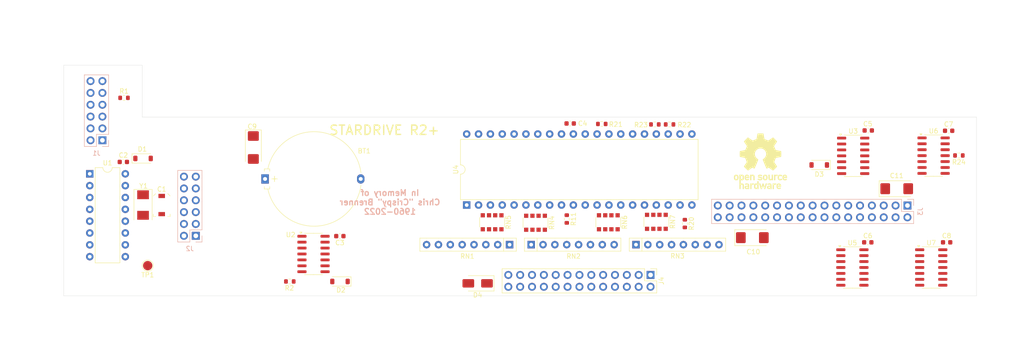
<source format=kicad_pcb>
(kicad_pcb (version 20240108) (generator "pcbnew") (generator_version "8.0")
  (title_block (title "StarDrive R2+") (date "2025-02-24") (rev "EV1") (comment 1 "Layout & Routing: Joe Burks"))
  (layers (0 "F.Cu" signal) (1 "In1.Cu" signal) (2 "In2.Cu" signal) (31 "B.Cu" signal) (34 "B.Paste" user) (35 "F.Paste" user) (36 "B.SilkS" user "B.Silkscreen") (37 "F.SilkS" user "F.Silkscreen") (38 "B.Mask" user) (39 "F.Mask" user) (44 "Edge.Cuts" user))
  (net 0 "")
  (net 1 "Net-(BT1-+)")
  (net 2 "Net-(BT1--)")
  (net 3 "Net-(U1-OSCI)")
  (net 4 "VCC")
  (net 5 "GND")
  (net 6 "/D7")
  (net 7 "/SDA")
  (net 8 "Net-(D2-K)")
  (net 9 "Net-(D4-K)")
  (net 10 "/I2C_CLK")
  (net 12 "/RES_N")
  (net 14 "/S2_N")
  (net 16 "/S1_N")
  (net 18 "/A0")
  (net 19 "/OE_N")
  (net 22 "/A1")
  (net 26 "/A2")
  (net 27 "/S4_N")
  (net 29 "/D4")
  (net 31 "/D10")
  (net 32 "/S3_N")
  (net 33 "/D1")
  (net 34 "/D11")
  (net 35 "/D14")
  (net 36 "/D0")
  (net 38 "/D6")
  (net 39 "/RW_N")
  (net 40 "/D3")
  (net 42 "/D2")
  (net 43 "/D15")
  (net 44 "/D13")
  (net 45 "/D5")
  (net 46 "/_REQ")
  (net 47 "/_SEL")
  (net 48 "/_IO")
  (net 49 "/_DB5")
  (net 50 "/_DB7")
  (net 51 "/_DB0")
  (net 52 "/_C_D")
  (net 53 "/_RST")
  (net 54 "/_DB4")
  (net 55 "/_ACK")
  (net 56 "/_DB3")
  (net 57 "/_MSG")
  (net 58 "/_ATN")
  (net 59 "/_DB1")
  (net 60 "/_DB2")
  (net 61 "/_BSY")
  (net 62 "/_DB6")
  (net 63 "/_DBP")
  (net 64 "/DBP")
  (net 65 "/REQ")
  (net 66 "Net-(U4-~{EOP})")
  (net 68 "/~{DRQ}")
  (net 69 "/INT")
  (net 70 "/DB3")
  (net 71 "/DB0")
  (net 72 "/DB1")
  (net 73 "/DB2")
  (net 74 "/DB5")
  (net 75 "/DB4")
  (net 76 "/DB6")
  (net 77 "/DB7")
  (net 78 "/BSY")
  (net 79 "/ACK")
  (net 80 "/SEL")
  (net 81 "/ATN")
  (net 82 "/RST")
  (net 83 "/IO")
  (net 84 "/C_D")
  (net 85 "/MSG")
  (net 86 "Net-(U1-FSET)")
  (net 87 "Net-(U1-OSCO)")
  (net 91 "/SCL")
  (net 93 "Net-(U2A-C)")
  (net 95 "/~{D15}")
  (net 96 "/RW")
  (net 97 "Net-(U3-Pad10)")
  (net 98 "/S1")
  (net 100 "/DRQ")
  (net 101 "/~{WR}")
  (net 102 "/~{RD}")
  (net 103 "/~{DACK}")
  (net 104 "/~{CS}")
  (net 105 "/S0_N")
  (net 106 "/S0WR_N")
  (net 107 "/S0RD")
  (net 117 "Net-(D3-K)")
  (footprint "TestPoint:TestPoint_Pad_D2.0mm" (layer "F.Cu") (at 68 93 180)
    (property "Reference" "TP1" (at 0 -1.998 0) (layer "F.SilkS"))
    (property "Value" "TP_PAD")
    (pad "1" smd circle (at 0 0 180) (size 2 2) (layers "F.Cu" "F.Mask") (net 86 "Net-(U1-FSET)"))
  )
  (footprint "Capacitor_SMD:C_0603_1608Metric" (layer "F.Cu") (at 239.2 88 180)
    (property "Reference" "C8" (at 0 1.4 0) (layer "F.SilkS"))
    (property "Value" "220n")
    (pad "1" smd roundrect (at -0.775 0 180) (size 0.9 0.95) (layers "F.Cu" "F.Paste" "F.Mask") (net 5 "GND"))
    (pad "2" smd roundrect (at 0.775 0 180) (size 0.9 0.95) (layers "F.Cu" "F.Paste" "F.Mask") (net 4 "VCC"))
  )
  (footprint "Resistor_THT:R_Array_SIP8" (layer "F.Cu") (at 145.54 88.5 180)
    (property "Reference" "RN1" (at 9.04 -2.5 0) (layer "F.SilkS"))
    (property "Value" "4608X-104-221/331L")
    (pad "1" thru_hole rect (at 0 0 180) (size 1.6 1.6) (drill 0.8) (layers "*.Cu" "*.Mask") (net 5 "GND"))
    (pad "2" thru_hole oval (at 2.54 0 180) (size 1.6 1.6) (drill 0.8) (layers "*.Cu" "*.Mask") (net 60 "/_DB2"))
    (pad "3" thru_hole oval (at 5.08 0 180) (size 1.6 1.6) (drill 0.8) (layers "*.Cu" "*.Mask") (net 56 "/_DB3"))
    (pad "4" thru_hole oval (at 7.62 0 180) (size 1.6 1.6) (drill 0.8) (layers "*.Cu" "*.Mask") (net 54 "/_DB4"))
    (pad "5" thru_hole oval (at 10.16 0 180) (size 1.6 1.6) (drill 0.8) (layers "*.Cu" "*.Mask") (net 49 "/_DB5"))
    (pad "6" thru_hole oval (at 12.7 0 180) (size 1.6 1.6) (drill 0.8) (layers "*.Cu" "*.Mask") (net 62 "/_DB6"))
    (pad "7" thru_hole oval (at 15.24 0 180) (size 1.6 1.6) (drill 0.8) (layers "*.Cu" "*.Mask") (net 50 "/_DB7"))
    (pad "8" thru_hole oval (at 17.78 0 180) (size 1.6 1.6) (drill 0.8) (layers "*.Cu" "*.Mask") (net 4 "VCC"))
  )
  (footprint "Resistor_SMD:R_0603_1608Metric" (layer "F.Cu") (at 165.3 62.6)
    (property "Reference" "R21" (at 3 0.1 0) (layer "F.SilkS"))
    (property "Value" "2K")
    (pad "1" smd roundrect (at -0.825 0) (size 0.8 0.95) (layers "F.Cu" "F.Paste" "F.Mask") (net 4 "VCC"))
    (pad "2" smd roundrect (at 0.825 0) (size 0.8 0.95) (layers "F.Cu" "F.Paste" "F.Mask") (net 66 "Net-(U4-~{EOP})"))
  )
  (footprint "Capacitor_Tantalum_SMD:CP_EIA-6032-15_Kemet-U" (layer "F.Cu") (at 90.63 67.65 -90)
    (property "Reference" "C9" (at -4.5 0.25 180) (layer "F.SilkS"))
    (property "Value" "100u")
    (pad "1" smd roundrect (at -2.4625 0 270) (size 2.075 2.35) (layers "F.Cu" "F.Paste" "F.Mask") (roundrect_rratio 0.120482) (net 1 "Net-(BT1-+)"))
    (pad "2" smd roundrect (at 2.4625 0 270) (size 2.075 2.35) (layers "F.Cu" "F.Paste" "F.Mask") (roundrect_rratio 0.120482) (net 2 "Net-(BT1--)"))
  )
  (footprint "Capacitor_SMD:C_Trimmer_Voltronics_JZ" (layer "F.Cu") (at 71 80 -90)
    (property "Reference" "C1" (at -3.4 0 180) (layer "F.SilkS"))
    (property "Value" "5P-30P")
    (pad "1" smd rect (at -1.95 0 270) (size 0.9 1.4) (layers "F.Cu" "F.Paste" "F.Mask") (net 1 "Net-(BT1-+)"))
    (pad "2" smd rect (at 1.95 0 270) (size 0.9 1.4) (layers "F.Cu" "F.Paste" "F.Mask") (net 3 "Net-(U1-OSCI)"))
  )
  (footprint "Capacitor_SMD:C_0603_1608Metric" (layer "F.Cu") (at 222.4 64 180)
    (property "Reference" "C5" (at 0.1 1.4 0) (layer "F.SilkS"))
    (property "Value" "220n")
    (pad "1" smd roundrect (at -0.775 0 180) (size 0.9 0.95) (layers "F.Cu" "F.Paste" "F.Mask") (net 5 "GND"))
    (pad "2" smd roundrect (at 0.775 0 180) (size 0.9 0.95) (layers "F.Cu" "F.Paste" "F.Mask") (net 4 "VCC"))
  )
  (footprint "Capacitor_SMD:C_0603_1608Metric" (layer "F.Cu") (at 109.17 86.67 180)
    (property "Reference" "C3" (at 0 -1.43 0) (layer "F.SilkS"))
    (property "Value" "220n")
    (pad "1" smd roundrect (at -0.775 0 180) (size 0.9 0.95) (layers "F.Cu" "F.Paste" "F.Mask") (net 5 "GND"))
    (pad "2" smd roundrect (at 0.775 0 180) (size 0.9 0.95) (layers "F.Cu" "F.Paste" "F.Mask") (net 4 "VCC"))
  )
  (footprint "Resistor_SMD:R_0603_1608Metric" (layer "F.Cu") (at 179.825 62.7)
    (property "Reference" "R22" (at 3.175 0.1 0) (layer "F.SilkS"))
    (property "Value" "2K")
    (pad "1" smd roundrect (at -0.825 0) (size 0.8 0.95) (layers "F.Cu" "F.Paste" "F.Mask") (net 4 "VCC"))
    (pad "2" smd roundrect (at 0.825 0) (size 0.8 0.95) (layers "F.Cu" "F.Paste" "F.Mask") (net 68 "/~{DRQ}"))
  )
  (footprint "Resistor_SMD:R_0603_1608Metric" (layer "F.Cu") (at 98.45 96.4)
    (property "Reference" "R2" (at -0.09 1.42 0) (layer "F.SilkS"))
    (property "Value" "10k")
    (pad "1" smd roundrect (at -0.825 0) (size 0.8 0.95) (layers "F.Cu" "F.Paste" "F.Mask") (net 4 "VCC"))
    (pad "2" smd roundrect (at 0.825 0) (size 0.8 0.95) (layers "F.Cu" "F.Paste" "F.Mask") (net 7 "/SDA"))
  )
  (footprint "Resistor_SMD:R_Array_Convex_4x1206" (layer "F.Cu") (at 151.1 83.8 -90)
    (property "Reference" "RN4" (at 0 -3.5 90) (layer "F.SilkS"))
    (property "Value" "10")
    (pad "1" smd rect (at -1.5 -2 270) (size 0.9 0.9) (layers "F.Cu" "F.Paste" "F.Mask") (net 71 "/DB0"))
    (pad "2" smd rect (at -1.5 -0.66 270) (size 0.9 0.9) (layers "F.Cu" "F.Paste" "F.Mask") (net 72 "/DB1"))
    (pad "3" smd rect (at -1.5 0.66 270) (size 0.9 0.9) (layers "F.Cu" "F.Paste" "F.Mask") (net 73 "/DB2"))
    (pad "4" smd rect (at -1.5 2 270) (size 0.9 0.9) (layers "F.Cu" "F.Paste" "F.Mask") (net 70 "/DB3"))
    (pad "5" smd rect (at 1.5 2 270) (size 0.9 0.9) (layers "F.Cu" "F.Paste" "F.Mask") (net 56 "/_DB3"))
    (pad "6" smd rect (at 1.5 0.66 270) (size 0.9 0.9) (layers "F.Cu" "F.Paste" "F.Mask") (net 60 "/_DB2"))
    (pad "7" smd rect (at 1.5 -0.66 270) (size 0.9 0.9) (layers "F.Cu" "F.Paste" "F.Mask") (net 59 "/_DB1"))
    (pad "8" smd rect (at 1.5 -2 270) (size 0.9 0.9) (layers "F.Cu" "F.Paste" "F.Mask") (net 51 "/_DB0"))
  )
  (footprint "Symbol:OSHW-Logo_11.4x12mm_SilkScreen" (layer "F.Cu") (at 199.3 70.6)
    (property "Reference" "LOGO1" (hide yes))
    (property "Value" "Logo_Open_Hardware_Large" (hide yes))
  )
  (footprint "Capacitor_Tantalum_SMD:CP_EIA-6032-15_Kemet-U" (layer "F.Cu") (at 228.5 76.5)
    (property "Reference" "C11" (at 0 -2.8 0) (layer "F.SilkS"))
    (property "Value" "100u")
    (pad "1" smd roundrect (at -2.4625 0) (size 2.075 2.35) (layers "F.Cu" "F.Paste" "F.Mask") (roundrect_rratio 0.120482) (net 4 "VCC"))
    (pad "2" smd roundrect (at 2.4625 0) (size 2.075 2.35) (layers "F.Cu" "F.Paste" "F.Mask") (roundrect_rratio 0.120482) (net 5 "GND"))
  )
  (footprint "Diode_SMD:D_SOD-123" (layer "F.Cu") (at 67 70)
    (property "Reference" "D1" (at -0.15 -2 0) (layer "F.SilkS"))
    (property "Value" "1N4148W")
    (pad "1" smd roundrect (at -1.65 0) (size 0.9 1.2) (layers "F.Cu" "F.Paste" "F.Mask") (net 1 "Net-(BT1-+)"))
    (pad "2" smd roundrect (at 1.65 0) (size 0.9 1.2) (layers "F.Cu" "F.Paste" "F.Mask") (net 4 "VCC"))
  )
  (footprint "Resistor_SMD:R_0603_1608Metric" (layer "F.Cu") (at 157.8 83 -90)
    (property "Reference" "R11" (at 0 -1.43 90) (layer "F.SilkS"))
    (property "Value" "10")
    (pad "1" smd roundrect (at -0.825 0 270) (size 0.8 0.95) (layers "F.Cu" "F.Paste" "F.Mask") (net 64 "/DBP"))
    (pad "2" smd roundrect (at 0.825 0 270) (size 0.8 0.95) (layers "F.Cu" "F.Paste" "F.Mask") (net 63 "/_DBP"))
  )
  (footprint "Capacitor_Tantalum_SMD:CP_EIA-6032-15_Kemet-U" (layer "F.Cu") (at 197.5625 87)
    (property "Reference" "C10" (at 0.2175 3.04 0) (layer "F.SilkS"))
    (property "Value" "100u")
    (pad "1" smd roundrect (at -2.4625 0) (size 2.075 2.35) (layers "F.Cu" "F.Paste" "F.Mask") (roundrect_rratio 0.120482) (net 4 "VCC"))
    (pad "2" smd roundrect (at 2.4625 0) (size 2.075 2.35) (layers "F.Cu" "F.Paste" "F.Mask") (roundrect_rratio 0.120482) (net 5 "GND"))
  )
  (footprint "Resistor_SMD:R_Array_Convex_4x1206" (layer "F.Cu") (at 177 83.6 -90)
    (property "Reference" "RN7" (at 0 -3.5 90) (layer "F.SilkS"))
    (property "Value" "10")
    (pad "1" smd rect (at -1.5 -2 270) (size 0.9 0.9) (layers "F.Cu" "F.Paste" "F.Mask") (net 85 "/MSG"))
    (pad "2" smd rect (at -1.5 -0.66 270) (size 0.9 0.9) (layers "F.Cu" "F.Paste" "F.Mask") (net 84 "/C_D"))
    (pad "3" smd rect (at -1.5 0.66 270) (size 0.9 0.9) (layers "F.Cu" "F.Paste" "F.Mask") (net 83 "/IO"))
    (pad "4" smd rect (at -1.5 2 270) (size 0.9 0.9) (layers "F.Cu" "F.Paste" "F.Mask") (net 82 "/RST"))
    (pad "5" smd rect (at 1.5 2 270) (size 0.9 0.9) (layers "F.Cu" "F.Paste" "F.Mask") (net 53 "/_RST"))
    (pad "6" smd rect (at 1.5 0.66 270) (size 0.9 0.9) (layers "F.Cu" "F.Paste" "F.Mask") (net 48 "/_IO"))
    (pad "7" smd rect (at 1.5 -0.66 270) (size 0.9 0.9) (layers "F.Cu" "F.Paste" "F.Mask") (net 52 "/_C_D"))
    (pad "8" smd rect (at 1.5 -2 270) (size 0.9 0.9) (layers "F.Cu" "F.Paste" "F.Mask") (net 57 "/_MSG"))
  )
  (footprint "Package_SO:SO-14_3.9x8.65mm_P1.27mm" (layer "F.Cu") (at 219.175 69.44)
    (property "Reference" "U3" (at 0 -5.28 0) (layer "F.SilkS"))
    (property "Value" "74HCT04")
    (pad "1" smd roundrect (at -2.475 -3.81) (size 1.95 0.6) (layers "F.Cu" "F.Paste" "F.Mask") (net 10 "/I2C_CLK"))
    (pad "2" smd roundrect (at -2.475 -2.54) (size 1.95 0.6) (layers "F.Cu" "F.Paste" "F.Mask") (net 93 "Net-(U2A-C)"))
    (pad "3" smd roundrect (at -2.475 -1.27) (size 1.95 0.6) (layers "F.Cu" "F.Paste" "F.Mask") (net 39 "/RW_N"))
    (pad "4" smd roundrect (at -2.475 0) (size 1.95 0.6) (layers "F.Cu" "F.Paste" "F.Mask") (net 96 "/RW"))
    (pad "5" smd roundrect (at -2.475 1.27) (size 1.95 0.6) (layers "F.Cu" "F.Paste" "F.Mask") (net 16 "/S1_N"))
    (pad "6" smd roundrect (at -2.475 2.54) (size 1.95 0.6) (layers "F.Cu" "F.Paste" "F.Mask") (net 98 "/S1"))
    (pad "7" smd roundrect (at -2.475 3.81) (size 1.95 0.6) (layers "F.Cu" "F.Paste" "F.Mask") (net 5 "GND"))
    (pad "8" smd roundrect (at 2.475 3.81) (size 1.95 0.6) (layers "F.Cu" "F.Paste" "F.Mask") (net 100 "/DRQ"))
    (pad "9" smd roundrect (at 2.475 2.54) (size 1.95 0.6) (layers "F.Cu" "F.Paste" "F.Mask") (net 68 "/~{DRQ}"))
    (pad "10" smd roundrect (at 2.475 1.27) (size 1.95 0.6) (layers "F.Cu" "F.Paste" "F.Mask") (net 97 "Net-(U3-Pad10)"))
    (pad "11" smd roundrect (at 2.475 0) (size 1.95 0.6) (layers "F.Cu" "F.Paste" "F.Mask") (net 19 "/OE_N"))
    (pad "12" smd roundrect (at 2.475 -1.27) (size 1.95 0.6) (layers "F.Cu" "F.Paste" "F.Mask") (net 117 "Net-(D3-K)"))
    (pad "13" smd roundrect (at 2.475 -2.54) (size 1.95 0.6) (layers "F.Cu" "F.Paste" "F.Mask") (net 97 "Net-(U3-Pad10)"))
    (pad "14" smd roundrect (at 2.475 -3.81) (size 1.95 0.6) (layers "F.Cu" "F.Paste" "F.Mask") (net 4 "VCC"))
  )
  (footprint "Connector_PinHeader_2.54mm:PinHeader_2x13_P2.54mm_Vertical" (layer "F.Cu") (at 175.75 95 -90)
    (property "Reference" "J4" (at 1.27 -2.33 90) (layer "F.SilkS"))
    (property "Value" "Conn_02x13_Odd_Even")
    (pad "1" thru_hole rect (at 0 0 270) (size 1.7 1.7) (drill 1) (layers "*.Cu" "*.Mask") (net 46 "/_REQ"))
    (pad "2" thru_hole oval (at 2.54 0 270) (size 1.7 1.7) (drill 1) (layers "*.Cu" "*.Mask") (net 5 "GND"))
    (pad "3" thru_hole oval (at 0 2.54 270) (size 1.7 1.7) (drill 1) (layers "*.Cu" "*.Mask") (net 57 "/_MSG"))
    (pad "4" thru_hole oval (at 2.54 2.54 270) (size 1.7 1.7) (drill 1) (layers "*.Cu" "*.Mask") (net 52 "/_C_D"))
    (pad "5" thru_hole oval (at 0 5.08 270) (size 1.7 1.7) (drill 1) (layers "*.Cu" "*.Mask") (net 48 "/_IO"))
    (pad "6" thru_hole oval (at 2.54 5.08 270) (size 1.7 1.7) (drill 1) (layers "*.Cu" "*.Mask") (net 5 "GND"))
    (pad "7" thru_hole oval (at 0 7.62 270) (size 1.7 1.7) (drill 1) (layers "*.Cu" "*.Mask") (net 53 "/_RST"))
    (pad "8" thru_hole oval (at 2.54 7.62 270) (size 1.7 1.7) (drill 1) (layers "*.Cu" "*.Mask") (net 58 "/_ATN"))
    (pad "9" thru_hole oval (at 0 10.16 270) (size 1.7 1.7) (drill 1) (layers "*.Cu" "*.Mask") (net 55 "/_ACK"))
    (pad "10" thru_hole oval (at 2.54 10.16 270) (size 1.7 1.7) (drill 1) (layers "*.Cu" "*.Mask") (net 5 "GND"))
    (pad "11" thru_hole oval (at 0 12.7 270) (size 1.7 1.7) (drill 1) (layers "*.Cu" "*.Mask") (net 61 "/_BSY"))
    (pad "12" thru_hole oval (at 2.54 12.7 270) (size 1.7 1.7) (drill 1) (layers "*.Cu" "*.Mask") (net 47 "/_SEL"))
    (pad "13" thru_hole oval (at 0 15.24 270) (size 1.7 1.7) (drill 1) (layers "*.Cu" "*.Mask") (net 5 "GND"))
    (pad "14" thru_hole oval (at 2.54 15.24 270) (size 1.7 1.7) (drill 1) (layers "*.Cu" "*.Mask") (net 63 "/_DBP"))
    (pad "15" thru_hole oval (at 0 17.78 270) (size 1.7 1.7) (drill 1) (layers "*.Cu" "*.Mask") (net 51 "/_DB0"))
    (pad "16" thru_hole oval (at 2.54 17.78 270) (size 1.7 1.7) (drill 1) (layers "*.Cu" "*.Mask") (net 59 "/_DB1"))
    (pad "17" thru_hole oval (at 0 20.32 270) (size 1.7 1.7) (drill 1) (layers "*.Cu" "*.Mask") (net 5 "GND"))
    (pad "18" thru_hole oval (at 2.54 20.32 270) (size 1.7 1.7) (drill 1) (layers "*.Cu" "*.Mask") (net 60 "/_DB2"))
    (pad "19" thru_hole oval (at 0 22.86 270) (size 1.7 1.7) (drill 1) (layers "*.Cu" "*.Mask") (net 56 "/_DB3"))
    (pad "20" thru_hole oval (at 2.54 22.86 270) (size 1.7 1.7) (drill 1) (layers "*.Cu" "*.Mask") (net 54 "/_DB4"))
    (pad "21" thru_hole oval (at 0 25.4 270) (size 1.7 1.7) (drill 1) (layers "*.Cu" "*.Mask") (net 49 "/_DB5"))
    (pad "22" thru_hole oval (at 2.54 25.4 270) (size 1.7 1.7) (drill 1) (layers "*.Cu" "*.Mask") (net 5 "GND"))
    (pad "23" thru_hole oval (at 0 27.94 270) (size 1.7 1.7) (drill 1) (layers "*.Cu" "*.Mask") (net 62 "/_DB6"))
    (pad "24" thru_hole oval (at 2.54 27.94 270) (size 1.7 1.7) (drill 1) (layers "*.Cu" "*.Mask") (net 9 "Net-(D4-K)"))
    (pad "25" thru_hole oval (at 0 30.48 270) (size 1.7 1.7) (drill 1) (layers "*.Cu" "*.Mask") (net 50 "/_DB7"))
    (pad "26" thru_hole oval (at 2.54 30.48 270) (size 1.7 1.7) (drill 1) (layers "*.Cu" "*.Mask"))
  )
  (footprint "Resistor_SMD:R_Array_Convex_4x1206" (layer "F.Cu") (at 166.7 83.7 -90)
    (property "Reference" "RN6" (at 0 -3.5 90) (layer "F.SilkS"))
    (property "Value" "10")
    (pad "1" smd rect (at -1.5 -2 270) (size 0.9 0.9) (layers "F.Cu" "F.Paste" "F.Mask") (net 81 "/ATN"))
    (pad "2" smd rect (at -1.5 -0.66 270) (size 0.9 0.9) (layers "F.Cu" "F.Paste" "F.Mask") (net 79 "/ACK"))
    (pad "3" smd rect (at -1.5 0.66 270) (size 0.9 0.9) (layers "F.Cu" "F.Paste" "F.Mask") (net 78 "/BSY"))
    (pad "4" smd rect (at -1.5 2 270) (size 0.9 0.9) (layers "F.Cu" "F.Paste" "F.Mask") (net 80 "/SEL"))
    (pad "5" smd rect (at 1.5 2 270) (size 0.9 0.9) (layers "F.Cu" "F.Paste" "F.Mask") (net 47 "/_SEL"))
    (pad "6" smd rect (at 1.5 0.66 270) (size 0.9 0.9) (layers "F.Cu" "F.Paste" "F.Mask") (net 61 "/_BSY"))
    (pad "7" smd rect (at 1.5 -0.66 270) (size 0.9 0.9) (layers "F.Cu" "F.Paste" "F.Mask") (net 55 "/_ACK"))
    (pad "8" smd rect (at 1.5 -2 270) (size 0.9 0.9) (layers "F.Cu" "F.Paste" "F.Mask") (net 58 "/_ATN"))
  )
  (footprint "Battery:Battery_Panasonic_CR2032-HFN_Horizontal_CircularHoles" (layer "F.Cu") (at 93.145 74.399878)
    (property "Reference" "BT1" (at 21.235 -5.999878 0) (layer "F.SilkS"))
    (property "Value" "Battery_Cell")
    (fp_text user "+" (at 2.032 -0.127 0) (layer "F.SilkS") (effects (font (size 1.5 1.5))))
    (pad "1" thru_hole rect (at 0 0) (size 1.6 2) (drill 0.85) (layers "*.Cu" "*.Mask") (net 1 "Net-(BT1-+)"))
    (pad "2" thru_hole oval (at 20.5 0) (size 1.6 2) (drill 0.85) (layers "*.Cu" "*.Mask") (net 2 "Net-(BT1--)"))
  )
  (footprint "Capacitor_SMD:C_0603_1608Metric" (layer "F.Cu") (at 239.625 64.06 180)
    (property "Reference" "C7" (at 0 1.4 0) (layer "F.SilkS"))
    (property "Value" "220n")
    (pad "1" smd roundrect (at -0.775 0 180) (size 0.9 0.95) (layers "F.Cu" "F.Paste" "F.Mask") (net 5 "GND"))
    (pad "2" smd roundrect (at 0.775 0 180) (size 0.9 0.95) (layers "F.Cu" "F.Paste" "F.Mask") (net 4 "VCC"))
  )
  (footprint "Diode_SMD:D_SMA" (layer "F.Cu") (at 138.7 96.8 180)
    (property "Reference" "D4" (at 0 -2.5 0) (layer "F.SilkS"))
    (property "Value" "S1A_SMA")
    (pad "1" smd roundrect (at -2 0 180) (size 2.5 1.8) (layers "F.Cu" "F.Paste" "F.Mask") (roundrect_rratio 0.1388888889) (net 9 "Net-(D4-K)"))
    (pad "2" smd roundrect (at 2 0 180) (size 2.5 1.8) (layers "F.Cu" "F.Paste" "F.Mask") (roundrect_rratio 0.1388888889) (net 4 "VCC"))
  )
  (footprint "Package_DIP:DIP-16_W7.62mm" (layer "F.Cu") (at 55.58 73.3)
    (property "Reference" "U1" (at 3.81 -2.33 0) (layer "F.SilkS"))
    (property "Value" "PCF8573P")
    (pad "1" thru_hole rect (at 0 0) (size 1.6 1.6) (drill 0.8) (layers "*.Cu" "*.Mask") (net 5 "GND"))
    (pad "2" thru_hole oval (at 0 2.54) (size 1.6 1.6) (drill 0.8) (layers "*.Cu" "*.Mask") (net 5 "GND"))
    (pad "3" thru_hole oval (at 0 5.08) (size 1.6 1.6) (drill 0.8) (layers "*.Cu" "*.Mask"))
    (pad "4" thru_hole oval (at 0 7.62) (size 1.6 1.6) (drill 0.8) (layers "*.Cu" "*.Mask") (net 7 "/SDA"))
    (pad "5" thru_hole oval (at 0 10.16) (size 1.6 1.6) (drill 0.8) (layers "*.Cu" "*.Mask") (net 91 "/SCL"))
    (pad "6" thru_hole oval (at 0 12.7) (size 1.6 1.6) (drill 0.8) (layers "*.Cu" "*.Mask") (net 2 "Net-(BT1--)"))
    (pad "7" thru_hole oval (at 0 15.24) (size 1.6 1.6) (drill 0.8) (layers "*.Cu" "*.Mask") (net 2 "Net-(BT1--)"))
    (pad "8" thru_hole oval (at 0 17.78) (size 1.6 1.6) (drill 0.8) (layers "*.Cu" "*.Mask") (net 5 "GND"))
    (pad "9" thru_hole oval (at 7.62 17.78) (size 1.6 1.6) (drill 0.8) (layers "*.Cu" "*.Mask"))
    (pad "10" thru_hole oval (at 7.62 15.24) (size 1.6 1.6) (drill 0.8) (layers "*.Cu" "*.Mask"))
    (pad "11" thru_hole oval (at 7.62 12.7) (size 1.6 1.6) (drill 0.8) (layers "*.Cu" "*.Mask") (net 86 "Net-(U1-FSET)"))
    (pad "12" thru_hole oval (at 7.62 10.16) (size 1.6 1.6) (drill 0.8) (layers "*.Cu" "*.Mask") (net 5 "GND"))
    (pad "13" thru_hole oval (at 7.62 7.62) (size 1.6 1.6) (drill 0.8) (layers "*.Cu" "*.Mask") (net 3 "Net-(U1-OSCI)"))
    (pad "14" thru_hole oval (at 7.62 5.08) (size 1.6 1.6) (drill 0.8) (layers "*.Cu" "*.Mask") (net 87 "Net-(U1-OSCO)"))
    (pad "15" thru_hole oval (at 7.62 2.54) (size 1.6 1.6) (drill 0.8) (layers "*.Cu" "*.Mask") (net 2 "Net-(BT1--)"))
    (pad "16" thru_hole oval (at 7.62 0) (size 1.6 1.6) (drill 0.8) (layers "*.Cu" "*.Mask") (net 1 "Net-(BT1-+)"))
  )
  (footprint "Resistor_SMD:R_0603_1608Metric" (layer "F.Cu") (at 241.825 69.36 180)
    (property "Reference" "R24" (at 0 -1.43 0) (layer "F.SilkS"))
    (property "Value" "2K")
    (pad "1" smd roundrect (at -0.825 0 180) (size 0.8 0.95) (layers "F.Cu" "F.Paste" "F.Mask") (net 4 "VCC"))
    (pad "2" smd roundrect (at 0.825 0 180) (size 0.8 0.95) (layers "F.Cu" "F.Paste" "F.Mask") (net 95 "/~{D15}"))
  )
  (footprint "Resistor_SMD:R_0603_1608Metric" (layer "F.Cu") (at 176.675 62.7)
    (property "Reference" "R23" (at -2.975 0.1 0) (layer "F.SilkS"))
    (property "Value" "2K")
    (pad "1" smd roundrect (at -0.825 0) (size 0.8 0.95) (layers "F.Cu" "F.Paste" "F.Mask") (net 4 "VCC"))
    (pad "2" smd roundrect (at 0.825 0) (size 0.8 0.95) (layers "F.Cu" "F.Paste" "F.Mask") (net 69 "/INT"))
  )
  (footprint "Package_SO:SO-14_3.9x8.65mm_P1.27mm" (layer "F.Cu") (at 235.9 93.4)
    (property "Reference" "U7" (at 0 -5.28 0) (layer "F.SilkS"))
    (property "Value" "74HC125")
    (pad "1" smd roundrect (at -2.475 -3.81) (size 1.95 0.6) (layers "F.Cu" "F.Paste" "F.Mask") (net 19 "/OE_N"))
    (pad "2" smd roundrect (at -2.475 -2.54) (size 1.95 0.6) (layers "F.Cu" "F.Paste" "F.Mask") (net 7 "/SDA"))
    (pad "3" smd roundrect (at -2.475 -1.27) (size 1.95 0.6) (layers "F.Cu" "F.Paste" "F.Mask") (net 44 "/D13"))
    (pad "4" smd roundrect (at -2.475 0) (size 1.95 0.6) (layers "F.Cu" "F.Paste" "F.Mask") (net 19 "/OE_N"))
    (pad "5" smd roundrect (at -2.475 1.27) (size 1.95 0.6) (layers "F.Cu" "F.Paste" "F.Mask") (net 95 "/~{D15}"))
    (pad "6" smd roundrect (at -2.475 2.54) (size 1.95 0.6) (layers "F.Cu" "F.Paste" "F.Mask") (net 43 "/D15"))
    (pad "7" smd roundrect (at -2.475 3.81) (size 1.95 0.6) (layers "F.Cu" "F.Paste" "F.Mask") (net 5 "GND"))
    (pad "8" smd roundrect (at 2.475 3.81) (size 1.95 0.6) (layers "F.Cu" "F.Paste" "F.Mask") (net 34 "/D11"))
    (pad "9" smd roundrect (at 2.475 2.54) (size 1.95 0.6) (layers "F.Cu" "F.Paste" "F.Mask") (net 68 "/~{DRQ}"))
    (pad "10" smd roundrect (at 2.475 1.27) (size 1.95 0.6) (layers "F.Cu" "F.Paste" "F.Mask") (net 19 "/OE_N"))
    (pad "11" smd roundrect (at 2.475 0) (size 1.95 0.6) (layers "F.Cu" "F.Paste" "F.Mask") (net 35 "/D14"))
    (pad "12" smd roundrect (at 2.475 -1.27) (size 1.95 0.6) (layers "F.Cu" "F.Paste" "F.Mask") (net 69 "/INT"))
    (pad "13" smd roundrect (at 2.475 -2.54) (size 1.95 0.6) (layers "F.Cu" "F.Paste" "F.Mask") (net 19 "/OE_N"))
    (pad "14" smd roundrect (at 2.475 -3.81) (size 1.95 0.6) (layers "F.Cu" "F.Paste" "F.Mask") (net 4 "VCC"))
  )
  (footprint "Crystal:Crystal_SMD_0603-2Pin_6.0x3.5mm" (layer "F.Cu") (at 67 80 -90)
    (property "Reference" "Y1" (at -4.1 -0.1 180) (layer "F.SilkS"))
    (property "Value" "32.768K")
    (pad "1" smd rect (at -2.2 0 270) (size 1.9 2.5) (layers "F.Cu" "F.Paste" "F.Mask") (net 87 "Net-(U1-OSCO)"))
    (pad "2" smd rect (at 2.2 0 270) (size 1.9 2.5) (layers "F.Cu" "F.Paste" "F.Mask") (net 3 "Net-(U1-OSCI)"))
  )
  (footprint "Resistor_THT:R_Array_SIP8" (layer "F.Cu") (at 150.17 88.5)
    (property "Reference" "RN2" (at 9.08 2.5 0) (layer "F.SilkS"))
    (property "Value" "4608X-104-221/331L")
    (pad "1" thru_hole rect (at 0 0) (size 1.6 1.6) (drill 0.8) (layers "*.Cu" "*.Mask") (net 5 "GND"))
    (pad "2" thru_hole oval (at 2.54 0) (size 1.6 1.6) (drill 0.8) (layers "*.Cu" "*.Mask") (net 59 "/_DB1"))
    (pad "3" thru_hole oval (at 5.08 0) (size 1.6 1.6) (drill 0.8) (layers "*.Cu" "*.Mask") (net 51 "/_DB0"))
    (pad "4" thru_hole oval (at 7.62 0) (size 1.6 1.6) (drill 0.8) (layers "*.Cu" "*.Mask") (net 63 "/_DBP"))
    (pad "5" thru_hole oval (at 10.16 0) (size 1.6 1.6) (drill 0.8) (layers "*.Cu" "*.Mask") (net 47 "/_SEL"))
    (pad "6" thru_hole oval (at 12.7 0) (size 1.6 1.6) (drill 0.8) (layers "*.Cu" "*.Mask") (net 61 "/_BSY"))
    (pad "7" thru_hole oval (at 15.24 0) (size 1.6 1.6) (drill 0.8) (layers "*.Cu" "*.Mask") (net 55 "/_ACK"))
    (pad "8" thru_hole oval (at 17.78 0) (size 1.6 1.6) (drill 0.8) (layers "*.Cu" "*.Mask") (net 4 "VCC"))
  )
  (footprint "Resistor_SMD:R_0603_1608Metric" (layer "F.Cu") (at 62.925 57)
    (property "Reference" "R1" (at 0 -1.43 0) (layer "F.SilkS"))
    (property "Value" "120R")
    (pad "1" smd roundrect (at -0.825 0) (size 0.8 0.95) (layers "F.Cu" "F.Paste" "F.Mask") (net 12 "/RES_N"))
    (pad "2" smd roundrect (at 0.825 0) (size 0.8 0.95) (layers "F.Cu" "F.Paste" "F.Mask") (net 4 "VCC"))
  )
  (footprint "Resistor_THT:R_Array_SIP8" (layer "F.Cu") (at 172.63 88.5)
    (property "Reference" "RN3" (at 8.9 2.45 0) (layer "F.SilkS"))
    (property "Value" "4608X-104-221/331L")
    (pad "1" thru_hole rect (at 0 0) (size 1.6 1.6) (drill 0.8) (layers "*.Cu" "*.Mask") (net 5 "GND"))
    (pad "2" thru_hole oval (at 2.54 0) (size 1.6 1.6) (drill 0.8) (layers "*.Cu" "*.Mask") (net 58 "/_ATN"))
    (pad "3" thru_hole oval (at 5.08 0) (size 1.6 1.6) (drill 0.8) (layers "*.Cu" "*.Mask") (net 53 "/_RST"))
    (pad "4" thru_hole oval (at 7.62 0) (size 1.6 1.6) (drill 0.8) (layers "*.Cu" "*.Mask") (net 48 "/_IO"))
    (pad "5" thru_hole oval (at 10.16 0) (size 1.6 1.6) (drill 0.8) (layers "*.Cu" "*.Mask") (net 52 "/_C_D"))
    (pad "6" thru_hole oval (at 12.7 0) (size 1.6 1.6) (drill 0.8) (layers "*.Cu" "*.Mask") (net 57 "/_MSG"))
    (pad "7" thru_hole oval (at 15.24 0) (size 1.6 1.6) (drill 0.8) (layers "*.Cu" "*.Mask") (net 46 "/_REQ"))
    (pad "8" thru_hole oval (at 17.78 0) (size 1.6 1.6) (drill 0.8) (layers "*.Cu" "*.Mask") (net 4 "VCC"))
  )
  (footprint "Resistor_SMD:R_0603_1608Metric" (layer "F.Cu") (at 183.1 83.975 -90)
    (property "Reference" "R20" (at 0 -1.43 90) (layer "F.SilkS"))
    (property "Value" "10")
    (pad "1" smd roundrect (at -0.825 0 270) (size 0.8 0.95) (layers "F.Cu" "F.Paste" "F.Mask") (net 65 "/REQ"))
    (pad "2" smd roundrect (at 0.825 0 270) (size 0.8 0.95) (layers "F.Cu" "F.Paste" "F.Mask") (net 46 "/_REQ"))
  )
  (footprint "Diode_SMD:D_SOD-123" (layer "F.Cu") (at 109.2 96.4 180)
    (property "Reference" "D2" (at -0.2025 -1.85 0) (layer "F.SilkS"))
    (property "Value" "1N4148W")
    (pad "1" smd roundrect (at -1.65 0 180) (size 0.9 1.2) (layers "F.Cu" "F.Paste" "F.Mask") (net 8 "Net-(D2-K)"))
    (pad "2" smd roundrect (at 1.65 0 180) (size 0.9 1.2) (layers "F.Cu" "F.Paste" "F.Mask") (net 7 "/SDA"))
  )
  (footprint "Package_SO:SO-14_3.9x8.65mm_P1.27mm" (layer "F.Cu") (at 219 93.4)
    (property "Reference" "U5" (at 0 -5.28 0) (layer "F.SilkS"))
    (property "Value" "SN74F32")
    (pad "1" smd roundrect (at -2.475 -3.81) (size 1.95 0.6) (layers "F.Cu" "F.Paste" "F.Mask") (net 32 "/S3_N"))
    (pad "2" smd roundrect (at -2.475 -2.54) (size 1.95 0.6) (layers "F.Cu" "F.Paste" "F.Mask") (net 105 "/S0_N"))
    (pad "3" smd roundrect (at -2.475 -1.27) (size 1.95 0.6) (layers "F.Cu" "F.Paste" "F.Mask") (net 14 "/S2_N"))
    (pad "4" smd roundrect (at -2.475 0) (size 1.95 0.6) (layers "F.Cu" "F.Paste" "F.Mask") (net 105 "/S0_N"))
    (pad "5" smd roundrect (at -2.475 1.27) (size 1.95 0.6) (layers "F.Cu" "F.Paste" "F.Mask") (net 39 "/RW_N"))
    (pad "6" smd roundrect (at -2.475 2.54) (size 1.95 0.6) (layers "F.Cu" "F.Paste" "F.Mask") (net 106 "/S0WR_N"))
    (pad "7" smd roundrect (at -2.475 3.81) (size 1.95 0.6) (layers "F.Cu" "F.Paste" "F.Mask") (net 5 "GND"))
    (pad "8" smd roundrect (at 2.475 3.81) (size 1.95 0.6) (layers "F.Cu" "F.Paste" "F.Mask") (net 107 "/S0RD"))
    (pad "9" smd roundrect (at 2.475 2.54) (size 1.95 0.6) (layers "F.Cu" "F.Paste" "F.Mask") (net 105 "/S0_N"))
    (pad "10" smd roundrect (at 2.475 1.27) (size 1.95 0.6) (layers "F.Cu" "F.Paste" "F.Mask") (net 96 "/RW"))
    (pad "11" smd roundrect (at 2.475 0) (size 1.95 0.6) (layers "F.Cu" "F.Paste" "F.Mask") (net 101 "/~{WR}"))
    (pad "12" smd roundrect (at 2.475 -1.27) (size 1.95 0.6) (layers "F.Cu" "F.Paste" "F.Mask") (net 106 "/S0WR_N"))
    (pad "13" smd roundrect (at 2.475 -2.54) (size 1.95 0.6) (layers "F.Cu" "F.Paste" "F.Mask") (net 27 "/S4_N"))
    (pad "14" smd roundrect (at 2.475 -3.81) (size 1.95 0.6) (layers "F.Cu" "F.Paste" "F.Mask") (net 4 "VCC"))
  )
  (footprint "Capacitor_SMD:C_0603_1608Metric" (layer "F.Cu") (at 222.3 88 180)
    (property "Reference" "C6" (at 0 1.4 0) (layer "F.SilkS"))
    (property "Value" "220n")
    (pad "1" smd roundrect (at -0.775 0 180) (size 0.9 0.95) (layers "F.Cu" "F.Paste" "F.Mask") (net 5 "GND"))
    (pad "2" smd roundrect (at 0.775 0 180) (size 0.9 0.95) (layers "F.Cu" "F.Paste" "F.Mask") (net 4 "VCC"))
  )
  (footprint "Package_SO:SO-14_3.9x8.65mm_P1.27mm" (layer "F.Cu") (at 103.525 90.5)
    (property "Reference" "U2" (at -4.895 -4.12 0) (layer "F.SilkS"))
    (property "Value" "74HCT74")
    (pad "1" smd roundrect (at -2.475 -3.81) (size 1.95 0.6) (layers "F.Cu" "F.Paste" "F.Mask") (net 12 "/RES_N"))
    (pad "2" smd roundrect (at -2.475 -2.54) (size 1.95 0.6) (layers "F.Cu" "F.Paste" "F.Mask") (net 34 "/D11"))
    (pad "3" smd roundrect (at -2.475 -1.27) (size 1.95 0.6) (layers "F.Cu" "F.Paste" "F.Mask") (net 93 "Net-(U2A-C)"))
    (pad "4" smd roundrect (at -2.475 0) (size 1.95 0.6) (layers "F.Cu" "F.Paste" "F.Mask") (net 4 "VCC"))
    (pad "5" smd roundrect (at -2.475 1.27) (size 1.95 0.6) (layers "F.Cu" "F.Paste" "F.Mask"))
    (pad "6" smd roundrect (at -2.475 2.54) (size 1.95 0.6) (layers "F.Cu" "F.Paste" "F.Mask") (net 8 "Net-(D2-K)"))
    (pad "7" smd roundrect (at -2.475 3.81) (size 1.95 0.6) (layers "F.Cu" "F.Paste" "F.Mask") (net 5 "GND"))
    (pad "8" smd roundrect (at 2.475 3.81) (size 1.95 0.6) (layers "F.Cu" "F.Paste" "F.Mask") (net 91 "/SCL"))
    (pad "9" smd roundrect (at 2.475 2.54) (size 1.95 0.6) (layers "F.Cu" "F.Paste" "F.Mask"))
    (pad "10" smd roundrect (at 2.475 1.27) (size 1.95 0.6) (layers "F.Cu" "F.Paste" "F.Mask") (net 4 "VCC"))
    (pad "11" smd roundrect (at 2.475 0) (size 1.95 0.6) (layers "F.Cu" "F.Paste" "F.Mask") (net 93 "Net-(U2A-C)"))
    (pad "12" smd roundrect (at 2.475 -1.27) (size 1.95 0.6) (layers "F.Cu" "F.Paste" "F.Mask") (net 31 "/D10"))
    (pad "13" smd roundrect (at 2.475 -2.54) (size 1.95 0.6) (layers "F.Cu" "F.Paste" "F.Mask") (net 12 "/RES_N"))
    (pad "14" smd roundrect (at 2.475 -3.81) (size 1.95 0.6) (layers "F.Cu" "F.Paste" "F.Mask") (net 4 "VCC"))
  )
  (footprint "Resistor_SMD:R_Array_Convex_4x1206" (layer "F.Cu") (at 141.8 83.7 -90)
    (property "Reference" "RN5" (at 0 -3.5 90) (layer "F.SilkS"))
    (property "Value" "10")
    (pad "1" smd rect (at -1.5 -2 270) (size 0.9 0.9) (layers "F.Cu" "F.Paste" "F.Mask") (net 75 "/DB4"))
    (pad "2" smd rect (at -1.5 -0.66 270) (size 0.9 0.9) (layers "F.Cu" "F.Paste" "F.Mask") (net 74 "/DB5"))
    (pad "3" smd rect (at -1.5 0.66 270) (size 0.9 0.9) (layers "F.Cu" "F.Paste" "F.Mask") (net 76 "/DB6"))
    (pad "4" smd rect (at -1.5 2 270) (size 0.9 0.9) (layers "F.Cu" "F.Paste" "F.Mask") (net 77 "/DB7"))
    (pad "5" smd rect (at 1.5 2 270) (size 0.9 0.9) (layers "F.Cu" "F.Paste" "F.Mask") (net 50 "/_DB7"))
    (pad "6" smd rect (at 1.5 0.66 270) (size 0.9 0.9) (layers "F.Cu" "F.Paste" "F.Mask") (net 62 "/_DB6"))
    (pad "7" smd rect (at 1.5 -0.66 270) (size 0.9 0.9) (layers "F.Cu" "F.Paste" "F.Mask") (net 49 "/_DB5"))
    (pad "8" smd rect (at 1.5 -2 270) (size 0.9 0.9) (layers "F.Cu" "F.Paste" "F.Mask") (net 54 "/_DB4"))
  )
  (footprint "Package_DIP:DIP-40_W15.24mm" (layer "F.Cu") (at 136.35 80 90)
    (property "Reference" "U4" (at 7.62 -2.33 90) (layer "F.SilkS"))
    (property "Value" "AM5380")
    (pad "1" thru_hole rect (at 0 0 90) (size 1.6 1.6) (drill 0.8) (layers "*.Cu" "*.Mask") (net 36 "/D0"))
    (pad "2" thru_hole oval (at 0 2.54 90) (size 1.6 1.6) (drill 0.8) (layers "*.Cu" "*.Mask") (net 77 "/DB7"))
    (pad "3" thru_hole oval (at 0 5.08 90) (size 1.6 1.6) (drill 0.8) (layers "*.Cu" "*.Mask") (net 76 "/DB6"))
    (pad "4" thru_hole oval (at 0 7.62 90) (size 1.6 1.6) (drill 0.8) (layers "*.Cu" "*.Mask") (net 74 "/DB5"))
    (pad "5" thru_hole oval (at 0 10.16 90) (size 1.6 1.6) (drill 0.8) (layers "*.Cu" "*.Mask") (net 75 "/DB4"))
    (pad "6" thru_hole oval (at 0 12.7 90) (size 1.6 1.6) (drill 0.8) (layers "*.Cu" "*.Mask") (net 70 "/DB3"))
    (pad "7" thru_hole oval (at 0 15.24 90) (size 1.6 1.6) (drill 0.8) (layers "*.Cu" "*.Mask") (net 73 "/DB2"))
    (pad "8" thru_hole oval (at 0 17.78 90) (size 1.6 1.6) (drill 0.8) (layers "*.Cu" "*.Mask") (net 72 "/DB1"))
    (pad "9" thru_hole oval (at 0 20.32 90) (size 1.6 1.6) (drill 0.8) (layers "*.Cu" "*.Mask") (net 71 "/DB0"))
    (pad "10" thru_hole oval (at 0 22.86 90) (size 1.6 1.6) (drill 0.8) (layers "*.Cu" "*.Mask") (net 64 "/DBP"))
    (pad "11" thru_hole oval (at 0 25.4 90) (size 1.6 1.6) (drill 0.8) (layers "*.Cu" "*.Mask") (net 5 "GND"))
    (pad "12" thru_hole oval (at 0 27.94 90) (size 1.6 1.6) (drill 0.8) (layers "*.Cu" "*.Mask") (net 80 "/SEL"))
    (pad "13" thru_hole oval (at 0 30.48 90) (size 1.6 1.6) (drill 0.8) (layers "*.Cu" "*.Mask") (net 78 "/BSY"))
    (pad "14" thru_hole oval (at 0 33.02 90) (size 1.6 1.6) (drill 0.8) (layers "*.Cu" "*.Mask") (net 79 "/ACK"))
    (pad "15" thru_hole oval (at 0 35.56 90) (size 1.6 1.6) (drill 0.8) (layers "*.Cu" "*.Mask") (net 81 "/ATN"))
    (pad "16" thru_hole oval (at 0 38.1 90) (size 1.6 1.6) (drill 0.8) (layers "*.Cu" "*.Mask") (net 82 "/RST"))
    (pad "17" thru_hole oval (at 0 40.64 90) (size 1.6 1.6) (drill 0.8) (layers "*.Cu" "*.Mask") (net 83 "/IO"))
    (pad "18" thru_hole oval (at 0 43.18 90) (size 1.6 1.6) (drill 0.8) (layers "*.Cu" "*.Mask") (net 84 "/C_D"))
    (pad "19" thru_hole oval (at 0 45.72 90) (size 1.6 1.6) (drill 0.8) (layers "*.Cu" "*.Mask") (net 85 "/MSG"))
    (pad "20" thru_hole oval (at 0 48.26 90) (size 1.6 1.6) (drill 0.8) (layers "*.Cu" "*.Mask") (net 65 "/REQ"))
    (pad "21" thru_hole oval (at 15.24 48.26 90) (size 1.6 1.6) (drill 0.8) (layers "*.Cu" "*.Mask") (net 104 "/~{CS}"))
    (pad "22" thru_hole oval (at 15.24 45.72 90) (size 1.6 1.6) (drill 0.8) (layers "*.Cu" "*.Mask") (net 68 "/~{DRQ}"))
    (pad "23" thru_hole oval (at 15.24 43.18 90) (size 1.6 1.6) (drill 0.8) (layers "*.Cu" "*.Mask") (net 69 "/INT"))
    (pad "24" thru_hole oval (at 15.24 40.64 90) (size 1.6 1.6) (drill 0.8) (layers "*.Cu" "*.Mask") (net 102 "/~{RD}"))
    (pad "25" thru_hole oval (at 15.24 38.1 90) (size 1.6 1.6) (drill 0.8) (layers "*.Cu" "*.Mask"))
    (pad "26" thru_hole oval (at 15.24 35.56 90) (size 1.6 1.6) (drill 0.8) (layers "*.Cu" "*.Mask") (net 103 "/~{DACK}"))
    (pad "27" thru_hole oval (at 15.24 33.02 90) (size 1.6 1.6) (drill 0.8) (layers "*.Cu" "*.Mask") (net 66 "Net-(U4-~{EOP})"))
    (pad "28" thru_hole oval (at 15.24 30.48 90) (size 1.6 1.6) (drill 0.8) (layers "*.Cu" "*.Mask") (net 12 "/RES_N"))
    (pad "29" thru_hole oval (at 15.24 27.94 90) (size 1.6 1.6) (drill 0.8) (layers "*.Cu" "*.Mask") (net 101 "/~{WR}"))
    (pad "30" thru_hole oval (at 15.24 25.4 90) (size 1.6 1.6) (drill 0.8) (layers "*.Cu" "*.Mask") (net 18 "/A0"))
    (pad "31" thru_hole oval (at 15.24 22.86 90) (size 1.6 1.6) (drill 0.8) (layers "*.Cu" "*.Mask") (net 4 "VCC"))
    (pad "32" thru_hole oval (at 15.24 20.32 90) (size 1.6 1.6) (drill 0.8) (layers "*.Cu" "*.Mask") (net 22 "/A1"))
    (pad "33" thru_hole oval (at 15.24 17.78 90) (size 1.6 1.6) (drill 0.8) (layers "*.Cu" "*.Mask") (net 26 "/A2"))
    (pad "34" thru_hole oval (at 15.24 15.24 90) (size 1.6 1.6) (drill 0.8) (layers "*.Cu" "*.Mask") (net 6 "/D7"))
    (pad "35" thru_hole oval (at 15.24 12.7 90) (size 1.6 1.6) (drill 0.8) (layers "*.Cu" "*.Mask") (net 38 "/D6"))
    (pad "36" thru_hole oval (at 15.24 10.16 90) (size 1.6 1.6) (drill 0.8) (layers "*.Cu" "*.Mask") (net 45 "/D5"))
    (pad "37" thru_hole oval (at 15.24 7.62 90) (size 1.6 1.6) (drill 0.8) (layers "*.Cu" "*.Mask") (net 29 "/D4"))
    (pad "38" thru_hole oval (at 15.24 5.08 90) (size 1.6 1.6) (drill 0.8) (layers "*.Cu" "*.Mask") (net 40 "/D3"))
    (pad "39" thru_hole oval (at 15.24 2.54 90) (size 1.6 1.6) (drill 0.8) (layers "*.Cu" "*.Mask") (net 42 "/D2"))
    (pad "40" thru_hole oval (at 15.24 0 90) (size 1.6 1.6) (drill 0.8) (layers "*.Cu" "*.Mask") (net 33 "/D1"))
  )
  (footprint "Package_SO:SO-14_3.9x8.65mm_P1.27mm" (layer "F.Cu") (at 236.4 69.4)
    (property "Reference" "U6" (at 0 -5.28 0) (layer "F.SilkS"))
    (property "Value" "74LS32")
    (pad "1" smd roundrect (at -2.475 -3.81) (size 1.95 0.6) (layers "F.Cu" "F.Paste" "F.Mask") (net 107 "/S0RD"))
    (pad "2" smd roundrect (at -2.475 -2.54) (size 1.95 0.6) (layers "F.Cu" "F.Paste" "F.Mask") (net 27 "/S4_N"))
    (pad "3" smd roundrect (at -2.475 -1.27) (size 1.95 0.6) (layers "F.Cu" "F.Paste" "F.Mask") (net 102 "/~{RD}"))
    (pad "4" smd roundrect (at -2.475 0) (size 1.95 0.6) (layers "F.Cu" "F.Paste" "F.Mask") (net 14 "/S2_N"))
    (pad "5" smd roundrect (at -2.475 1.27) (size 1.95 0.6) (layers "F.Cu" "F.Paste" "F.Mask") (net 16 "/S1_N"))
    (pad "6" smd roundrect (at -2.475 2.54) (size 1.95 0.6) (layers "F.Cu" "F.Paste" "F.Mask") (net 104 "/~{CS}"))
    (pad "7" smd roundrect (at -2.475 3.81) (size 1.95 0.6) (layers "F.Cu" "F.Paste" "F.Mask") (net 5 "GND"))
    (pad "8" smd roundrect (at 2.475 3.81) (size 1.95 0.6) (layers "F.Cu" "F.Paste" "F.Mask") (net 103 "/~{DACK}"))
    (pad "9" smd roundrect (at 2.475 2.54) (size 1.95 0.6) (layers "F.Cu" "F.Paste" "F.Mask") (net 14 "/S2_N"))
    (pad "10" smd roundrect (at 2.475 1.27) (size 1.95 0.6) (layers "F.Cu" "F.Paste" "F.Mask") (net 98 "/S1"))
    (pad "11" smd roundrect (at 2.475 0) (size 1.95 0.6) (layers "F.Cu" "F.Paste" "F.Mask") (net 95 "/~{D15}"))
    (pad "12" smd roundrect (at 2.475 -1.27) (size 1.95 0.6) (layers "F.Cu" "F.Paste" "F.Mask") (net 100 "/DRQ"))
    (pad "13" smd roundrect (at 2.475 -2.54) (size 1.95 0.6) (layers "F.Cu" "F.Paste" "F.Mask") (net 69 "/INT"))
    (pad "14" smd roundrect (at 2.475 -3.81) (size 1.95 0.6) (layers "F.Cu" "F.Paste" "F.Mask") (net 4 "VCC"))
  )
  (footprint "Capacitor_SMD:C_0603_1608Metric" (layer "F.Cu") (at 62.775 70.75)
    (property "Reference" "C2" (at 0 -1.43 0) (layer "F.SilkS"))
    (property "Value" "220n")
    (pad "1" smd roundrect (at -0.775 0) (size 0.9 0.95) (layers "F.Cu" "F.Paste" "F.Mask") (net 5 "GND"))
    (pad "2" smd roundrect (at 0.775 0) (size 0.9 0.95) (layers "F.Cu" "F.Paste" "F.Mask") (net 1 "Net-(BT1-+)"))
  )
  (footprint "Capacitor_SMD:C_0603_1608Metric" (layer "F.Cu") (at 158.525 62.5 180)
    (property "Reference" "C4" (at -2.675 0 0) (layer "F.SilkS"))
    (property "Value" "220n")
    (pad "1" smd roundrect (at -0.775 0 180) (size 0.9 0.95) (layers "F.Cu" "F.Paste" "F.Mask") (net 5 "GND"))
    (pad "2" smd roundrect (at 0.775 0 180) (size 0.9 0.95) (layers "F.Cu" "F.Paste" "F.Mask") (net 4 "VCC"))
  )
  (footprint "Diode_SMD:D_SOD-123" (layer "F.Cu") (at 211.9 71.4 180)
    (property "Reference" "D3" (at 0 -2 0) (layer "F.SilkS"))
    (property "Value" "1N4148W")
    (pad "1" smd roundrect (at -1.65 0 180) (size 0.9 1.2) (layers "F.Cu" "F.Paste" "F.Mask") (net 117 "Net-(D3-K)"))
    (pad "2" smd roundrect (at 1.65 0 180) (size 0.9 1.2) (layers "F.Cu" "F.Paste" "F.Mask") (net 6 "/D7"))
  )
  (footprint "Connector_PinSocket_2.54mm:PinSocket_2x17_P2.54mm_Vertical" (layer "B.Cu") (at 230.8 80.1 90)
    (property "Reference" "J3" (at -1.27 2.77 90) (layer "B.SilkS") (effects (justify mirror)))
    (property "Value" "Conn_02x17_Odd_Even")
    (pad "1" thru_hole rect (at 0 0 90) (size 1.7 1.7) (drill 1) (layers "*.Cu" "*.Mask"))
    (pad "2" thru_hole oval (at -2.54 0 90) (size 1.7 1.7) (drill 1) (layers "*.Cu" "*.Mask"))
    (pad "3" thru_hole oval (at 0 -2.54 90) (size 1.7 1.7) (drill 1) (layers "*.Cu" "*.Mask"))
    (pad "4" thru_hole oval (at -2.54 -2.54 90) (size 1.7 1.7) (drill 1) (layers "*.Cu" "*.Mask"))
    (pad "5" thru_hole oval (at 0 -5.08 90) (size 1.7 1.7) (drill 1) (layers "*.Cu" "*.Mask") (net 4 "VCC"))
    (pad "6" thru_hole oval (at -2.54 -5.08 90) (size 1.7 1.7) (drill 1) (layers "*.Cu" "*.Mask") (net 4 "VCC"))
    (pad "7" thru_hole oval (at 0 -7.62 90) (size 1.7 1.7) (drill 1) (layers "*.Cu" "*.Mask") (net 5 "GND"))
    (pad "8" thru_hole oval (at -2.54 -7.62 90) (size 1.7 1.7) (drill 1) (layers "*.Cu" "*.Mask") (net 5 "GND"))
    (pad "9" thru_hole oval (at 0 -10.16 90) (size 1.7 1.7) (drill 1) (layers "*.Cu" "*.Mask") (net 5 "GND"))
    (pad "10" thru_hole oval (at -2.54 -10.16 90) (size 1.7 1.7) (drill 1) (layers "*.Cu" "*.Mask") (net 5 "GND"))
    (pad "11" thru_hole oval (at 0 -12.7 90) (size 1.7 1.7) (drill 1) (layers "*.Cu" "*.Mask") (net 40 "/D3"))
    (pad "12" thru_hole oval (at -2.54 -12.7 90) (size 1.7 1.7) (drill 1) (layers "*.Cu" "*.Mask") (net 34 "/D11"))
    (pad "13" thru_hole oval (at 0 -15.24 90) (size 1.7 1.7) (drill 1) (layers "*.Cu" "*.Mask") (net 42 "/D2"))
    (pad "14" thru_hole oval (at -2.54 -15.24 90) (size 1.7 1.7) (drill 1) (layers "*.Cu" "*.Mask") (net 31 "/D10"))
    (pad "15" thru_hole oval (at 0 -17.78 90) (size 1.7 1.7) (drill 1) (layers "*.Cu" "*.Mask") (net 33 "/D1"))
    (pad "16" thru_hole oval (at -2.54 -17.78 90) (size 1.7 1.7) (drill 1) (layers "*.Cu" "*.Mask"))
    (pad "17" thru_hole oval (at 0 -20.32 90) (size 1.7 1.7) (drill 1) (layers "*.Cu" "*.Mask") (net 36 "/D0"))
    (pad "18" thru_hole oval (at -2.54 -20.32 90) (size 1.7 1.7) (drill 1) (layers "*.Cu" "*.Mask"))
    (pad "19" thru_hole oval (at 0 -22.86 90) (size 1.7 1.7) (drill 1) (layers "*.Cu" "*.Mask") (net 6 "/D7"))
    (pad "20" thru_hole oval (at -2.54 -22.86 90) (size 1.7 1.7) (drill 1) (layers "*.Cu" "*.Mask"))
    (pad "21" thru_hole oval (at 0 -25.4 90) (size 1.7 1.7) (drill 1) (layers "*.Cu" "*.Mask") (net 45 "/D5"))
    (pad "22" thru_hole oval (at -2.54 -25.4 90) (size 1.7 1.7) (drill 1) (layers "*.Cu" "*.Mask") (net 44 "/D13"))
    (pad "23" thru_hole oval (at 0 -27.94 90) (size 1.7 1.7) (drill 1) (layers "*.Cu" "*.Mask") (net 29 "/D4"))
    (pad "24" thru_hole oval (at -2.54 -27.94 90) (size 1.7 1.7) (drill 1) (layers "*.Cu" "*.Mask") (net 35 "/D14"))
    (pad "25" thru_hole oval (at 0 -30.48 90) (size 1.7 1.7) (drill 1) (layers "*.Cu" "*.Mask") (net 38 "/D6"))
    (pad "26" thru_hole oval (at -2.54 -30.48 90) (size 1.7 1.7) (drill 1) (layers "*.Cu" "*.Mask") (net 43 "/D15"))
    (pad "27" thru_hole oval (at 0 -33.02 90) (size 1.7 1.7) (drill 1) (layers "*.Cu" "*.Mask") (net 39 "/RW_N"))
    (pad "28" thru_hole oval (at -2.54 -33.02 90) (size 1.7 1.7) (drill 1) (layers "*.Cu" "*.Mask") (net 32 "/S3_N"))
    (pad "29" thru_hole oval (at 0 -35.56 90) (size 1.7 1.7) (drill 1) (layers "*.Cu" "*.Mask") (net 4 "VCC"))
    (pad "30" thru_hole oval (at -2.54 -35.56 90) (size 1.7 1.7) (drill 1) (layers "*.Cu" "*.Mask") (net 4 "VCC"))
    (pad "31" thru_hole oval (at 0 -38.1 90) (size 1.7 1.7) (drill 1) (layers "*.Cu" "*.Mask") (net 4 "VCC"))
    (pad "32" thru_hole oval (at -2.54 -38.1 90) (size 1.7 1.7) (drill 1) (layers "*.Cu" "*.Mask") (net 27 "/S4_N"))
    (pad "33" thru_hole oval (at 0 -40.64 90) (size 1.7 1.7) (drill 1) (layers "*.Cu" "*.Mask"))
    (pad "34" thru_hole oval (at -2.54 -40.64 90) (size 1.7 1.7) (drill 1) (layers "*.Cu" "*.Mask"))
  )
  (footprint "Connector_PinSocket_2.54mm:PinSocket_2x06_P2.54mm_Vertical" (layer "B.Cu") (at 58.29 66.1)
    (property "Reference" "J1" (at -1.27 2.77 0) (layer "B.SilkS") (effects (justify mirror)))
    (property "Value" "Conn_02x06_Odd_Even")
    (pad "1" thru_hole rect (at 0 0) (size 1.7 1.7) (drill 1) (layers "*.Cu" "*.Mask") (net 19 "/OE_N"))
    (pad "2" thru_hole oval (at -2.54 0) (size 1.7 1.7) (drill 1) (layers "*.Cu" "*.Mask") (net 16 "/S1_N"))
    (pad "3" thru_hole oval (at 0 -2.54) (size 1.7 1.7) (drill 1) (layers "*.Cu" "*.Mask") (net 18 "/A0"))
    (pad "4" thru_hole oval (at -2.54 -2.54) (size 1.7 1.7) (drill 1) (layers "*.Cu" "*.Mask"))
    (pad "5" thru_hole oval (at 0 -5.08) (size 1.7 1.7) (drill 1) (layers "*.Cu" "*.Mask") (net 10 "/I2C_CLK"))
    (pad "6" thru_hole oval (at -2.54 -5.08) (size 1.7 1.7) (drill 1) (layers "*.Cu" "*.Mask"))
    (pad "7" thru_hole oval (at 0 -7.62) (size 1.7 1.7) (drill 1) (layers "*.Cu" "*.Mask") (net 12 "/RES_N"))
    (pad "8" thru_hole oval (at -2.54 -7.62) (size 1.7 1.7) (drill 1) (layers "*.Cu" "*.Mask"))
    (pad "9" thru_hole oval (at 0 -10.16) (size 1.7 1.7) (drill 1) (layers "*.Cu" "*.Mask") (net 105 "/S0_N"))
    (pad "10" thru_hole oval (at -2.54 -10.16) (size 1.7 1.7) (drill 1) (layers "*.Cu" "*.Mask"))
    (pad "11" thru_hole oval (at 0 -12.7) (size 1.7 1.7) (drill 1) (layers "*.Cu" "*.Mask"))
    (pad "12" thru_hole oval (at -2.54 -12.7) (size 1.7 1.7) (drill 1) (layers "*.Cu" "*.Mask") (net 14 "/S2_N"))
  )
  (footprint "Connector_PinSocket_2.54mm:PinSocket_2x06_P2.54mm_Vertical" (layer "B.Cu") (at 78.3 86.6)
    (property "Reference" "J2" (at -1.27 2.77 0) (layer "B.SilkS") (effects (justify mirror)))
    (property "Value" "Conn_02x06_Odd_Even")
    (pad "1" thru_hole rect (at 0 0) (size 1.7 1.7) (drill 1) (layers "*.Cu" "*.Mask") (net 26 "/A2"))
    (pad "2" thru_hole oval (at -2.54 0) (size 1.7 1.7) (drill 1) (layers "*.Cu" "*.Mask") (net 4 "VCC"))
    (pad "3" thru_hole oval (at 0 -2.54) (size 1.7 1.7) (drill 1) (layers "*.Cu" "*.Mask"))
    (pad "4" thru_hole oval (at -2.54 -2.54) (size 1.7 1.7) (drill 1) (layers "*.Cu" "*.Mask") (net 4 "VCC"))
    (pad "5" thru_hole oval (at 0 -5.08) (size 1.7 1.7) (drill 1) (layers "*.Cu" "*.Mask") (net 22 "/A1"))
    (pad "6" thru_hole oval (at -2.54 -5.08) (size 1.7 1.7) (drill 1) (layers "*.Cu" "*.Mask"))
    (pad "7" thru_hole oval (at 0 -7.62) (size 1.7 1.7) (drill 1) (layers "*.Cu" "*.Mask"))
    (pad "8" thru_hole oval (at -2.54 -7.62) (size 1.7 1.7) (drill 1) (layers "*.Cu" "*.Mask"))
    (pad "9" thru_hole oval (at 0 -10.16) (size 1.7 1.7) (drill 1) (layers "*.Cu" "*.Mask"))
    (pad "10" thru_hole oval (at -2.54 -10.16) (size 1.7 1.7) (drill 1) (layers "*.Cu" "*.Mask"))
    (pad "11" thru_hole oval (at 0 -12.7) (size 1.7 1.7) (drill 1) (layers "*.Cu" "*.Mask"))
    (pad "12" thru_hole oval (at -2.54 -12.7) (size 1.7 1.7) (drill 1) (layers "*.Cu" "*.Mask"))
  )
  (gr_line (start 66.8 50) (end 66.8 61.1) (stroke (width 0.05)) (layer "Edge.Cuts"))
  (gr_line (start 245.6 99.5) (end 245.6 61.1) (stroke (width 0.05)) (layer "Edge.Cuts"))
  (gr_line (start 50 99.5) (end 50 50) (stroke (width 0.05)) (layer "Edge.Cuts"))
  (gr_line (start 50 50) (end 66.8 50) (stroke (width 0.05)) (layer "Edge.Cuts"))
  (gr_line (start 66.8 61.1) (end 245.6 61.1) (stroke (width 0.05)) (layer "Edge.Cuts"))
  (gr_line (start 50 99.5) (end 245.6 99.5) (stroke (width 0.05)) (layer "Edge.Cuts"))
  (gr_text "In Memory of\nChris {dblquote}Crispy{dblquote} Brenner\n1960-2022\n" (at 119.9 79.4 0) (layer "B.SilkS") (effects (font (size 1.25 1.25) (thickness 0.25) (bold yes)) (justify mirror)))
  (gr_text "STARDRIVE R2+" (at 106.75 65.1 0) (layer "F.SilkS") (effects (font (size 2 2) (thickness 0.3)) (justify left bottom)))
)
</source>
